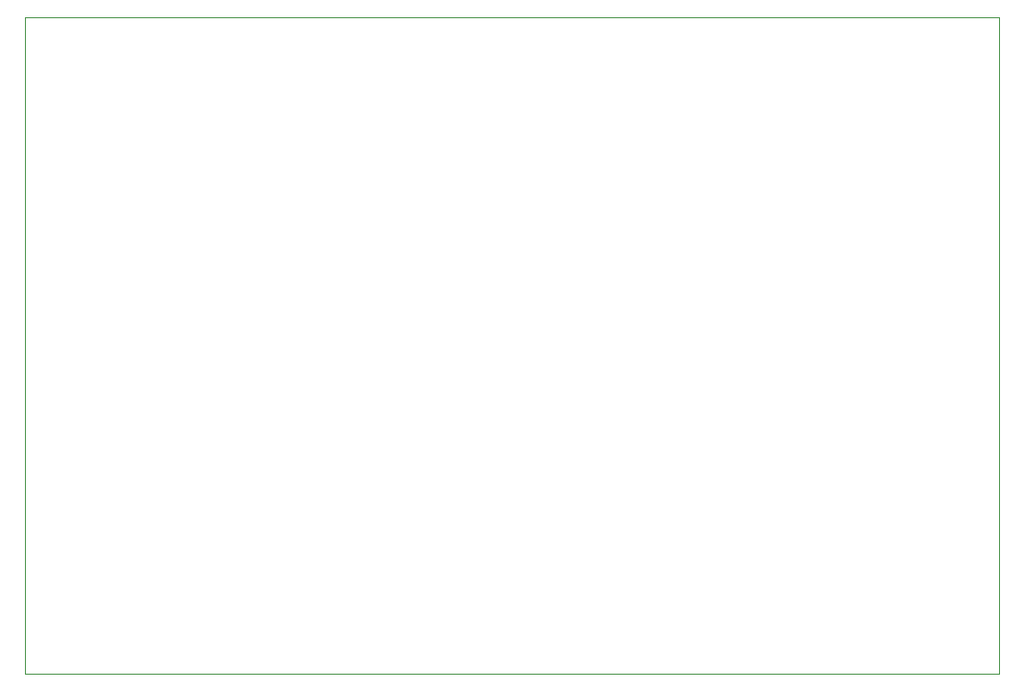
<source format=gbr>
%TF.GenerationSoftware,KiCad,Pcbnew,(5.1.12)-1*%
%TF.CreationDate,2021-11-30T23:14:44-08:00*%
%TF.ProjectId,inverter-stage,696e7665-7274-4657-922d-73746167652e,rev?*%
%TF.SameCoordinates,Original*%
%TF.FileFunction,Profile,NP*%
%FSLAX46Y46*%
G04 Gerber Fmt 4.6, Leading zero omitted, Abs format (unit mm)*
G04 Created by KiCad (PCBNEW (5.1.12)-1) date 2021-11-30 23:14:44*
%MOMM*%
%LPD*%
G01*
G04 APERTURE LIST*
%TA.AperFunction,Profile*%
%ADD10C,0.050000*%
%TD*%
G04 APERTURE END LIST*
D10*
X187000000Y-27000000D02*
X186000000Y-27000000D01*
X187000000Y-85000000D02*
X187000000Y-27000000D01*
X101000000Y-85000000D02*
X187000000Y-85000000D01*
X101000000Y-27000000D02*
X101000000Y-85000000D01*
X101000000Y-27000000D02*
X186000000Y-27000000D01*
M02*

</source>
